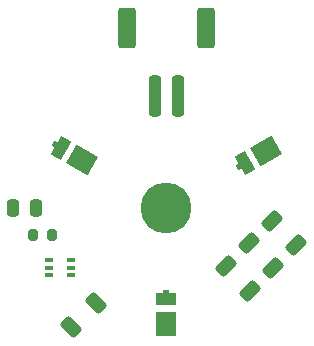
<source format=gts>
%TF.GenerationSoftware,KiCad,Pcbnew,(6.0.4)*%
%TF.CreationDate,2023-01-05T02:06:05-05:00*%
%TF.ProjectId,LEDModule,4c45444d-6f64-4756-9c65-2e6b69636164,rev?*%
%TF.SameCoordinates,Original*%
%TF.FileFunction,Soldermask,Top*%
%TF.FilePolarity,Negative*%
%FSLAX46Y46*%
G04 Gerber Fmt 4.6, Leading zero omitted, Abs format (unit mm)*
G04 Created by KiCad (PCBNEW (6.0.4)) date 2023-01-05 02:06:05*
%MOMM*%
%LPD*%
G01*
G04 APERTURE LIST*
G04 Aperture macros list*
%AMRoundRect*
0 Rectangle with rounded corners*
0 $1 Rounding radius*
0 $2 $3 $4 $5 $6 $7 $8 $9 X,Y pos of 4 corners*
0 Add a 4 corners polygon primitive as box body*
4,1,4,$2,$3,$4,$5,$6,$7,$8,$9,$2,$3,0*
0 Add four circle primitives for the rounded corners*
1,1,$1+$1,$2,$3*
1,1,$1+$1,$4,$5*
1,1,$1+$1,$6,$7*
1,1,$1+$1,$8,$9*
0 Add four rect primitives between the rounded corners*
20,1,$1+$1,$2,$3,$4,$5,0*
20,1,$1+$1,$4,$5,$6,$7,0*
20,1,$1+$1,$6,$7,$8,$9,0*
20,1,$1+$1,$8,$9,$2,$3,0*%
%AMRotRect*
0 Rectangle, with rotation*
0 The origin of the aperture is its center*
0 $1 length*
0 $2 width*
0 $3 Rotation angle, in degrees counterclockwise*
0 Add horizontal line*
21,1,$1,$2,0,0,$3*%
G04 Aperture macros list end*
%ADD10RoundRect,0.200000X-0.200000X-0.275000X0.200000X-0.275000X0.200000X0.275000X-0.200000X0.275000X0*%
%ADD11RotRect,2.100000X1.800000X210.000000*%
%ADD12RotRect,0.600000X0.500000X210.000000*%
%ADD13RotRect,1.000000X1.800000X210.000000*%
%ADD14RoundRect,0.250000X-0.220971X0.662913X-0.662913X0.220971X0.220971X-0.662913X0.662913X-0.220971X0*%
%ADD15RoundRect,0.250000X0.662913X0.220971X0.220971X0.662913X-0.662913X-0.220971X-0.220971X-0.662913X0*%
%ADD16R,0.650000X0.400000*%
%ADD17RoundRect,0.250000X-0.250000X-0.475000X0.250000X-0.475000X0.250000X0.475000X-0.250000X0.475000X0*%
%ADD18R,1.800000X2.100000*%
%ADD19R,0.500000X0.600000*%
%ADD20R,1.800000X1.000000*%
%ADD21C,4.300000*%
%ADD22RoundRect,0.250000X-0.250000X-1.500000X0.250000X-1.500000X0.250000X1.500000X-0.250000X1.500000X0*%
%ADD23RoundRect,0.234375X-0.515625X-1.465625X0.515625X-1.465625X0.515625X1.465625X-0.515625X1.465625X0*%
%ADD24RotRect,2.100000X1.800000X150.000000*%
%ADD25RotRect,1.000000X1.800000X150.000000*%
%ADD26RotRect,0.600000X0.500000X150.000000*%
G04 APERTURE END LIST*
D10*
%TO.C,R1*%
X78675000Y-92250000D03*
X80325000Y-92250000D03*
%TD*%
D11*
%TO.C,D3*%
X98449519Y-85125000D03*
D12*
X96241154Y-86400000D03*
D13*
X96674167Y-86150000D03*
%TD*%
D14*
%TO.C,R2*%
X84034144Y-97965856D03*
X81965856Y-100034144D03*
%TD*%
D15*
%TO.C,R3*%
X97094144Y-96974144D03*
X95025856Y-94905856D03*
%TD*%
D16*
%TO.C,Q1*%
X80050000Y-94350000D03*
X80050000Y-95000000D03*
X80050000Y-95650000D03*
X81950000Y-95650000D03*
X81950000Y-95000000D03*
X81950000Y-94350000D03*
%TD*%
D17*
%TO.C,C1*%
X77050000Y-90000000D03*
X78950000Y-90000000D03*
%TD*%
D15*
%TO.C,R5*%
X100974144Y-93094144D03*
X98905856Y-91025856D03*
%TD*%
D18*
%TO.C,D2*%
X90000000Y-99750000D03*
D19*
X90000000Y-97200000D03*
D20*
X90000000Y-97700000D03*
%TD*%
D15*
%TO.C,R4*%
X99034144Y-95034144D03*
X96965856Y-92965856D03*
%TD*%
D21*
%TO.C,*%
X90000000Y-90000000D03*
%TD*%
D22*
%TO.C,J1*%
X89000000Y-80500000D03*
X91000000Y-80500000D03*
D23*
X93350000Y-74750000D03*
X86650000Y-74750000D03*
%TD*%
D24*
%TO.C,D1*%
X82849519Y-85875000D03*
D25*
X81074167Y-84850000D03*
D26*
X80641154Y-84600000D03*
%TD*%
M02*

</source>
